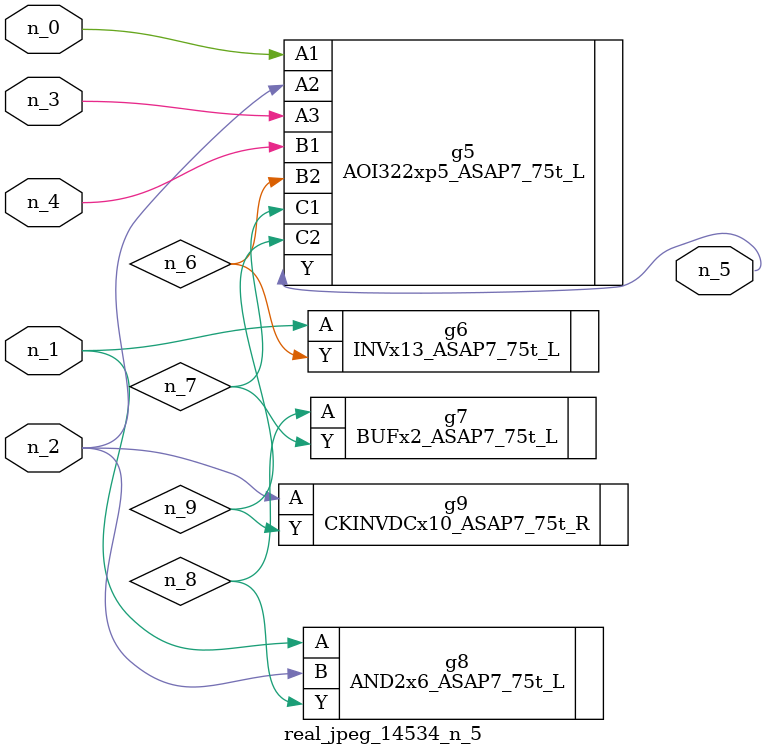
<source format=v>
module real_jpeg_14534_n_5 (n_4, n_0, n_1, n_2, n_3, n_5);

input n_4;
input n_0;
input n_1;
input n_2;
input n_3;

output n_5;

wire n_8;
wire n_6;
wire n_7;
wire n_9;

AOI322xp5_ASAP7_75t_L g5 ( 
.A1(n_0),
.A2(n_2),
.A3(n_3),
.B1(n_4),
.B2(n_6),
.C1(n_7),
.C2(n_9),
.Y(n_5)
);

INVx13_ASAP7_75t_L g6 ( 
.A(n_1),
.Y(n_6)
);

AND2x6_ASAP7_75t_L g8 ( 
.A(n_1),
.B(n_2),
.Y(n_8)
);

CKINVDCx10_ASAP7_75t_R g9 ( 
.A(n_2),
.Y(n_9)
);

BUFx2_ASAP7_75t_L g7 ( 
.A(n_8),
.Y(n_7)
);


endmodule
</source>
